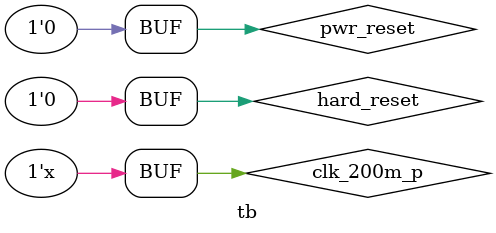
<source format=sv>
`timescale 1ns / 1ps
module tb();
    reg clk_200m_p;
    reg hard_reset;
    reg pwr_reset;
    always #1ns clk_200m_p <= ~clk_200m_p;
    initial begin
      clk_200m_p <= 1'b0;
      #100000;
    end
    initial begin
      hard_reset <= 1'b0;
      #40
      hard_reset <= 1'b1;
      #40
      hard_reset <= 1'b0;
      #100000;
    end
    initial begin
      pwr_reset <= 1'b0;
      #40
      pwr_reset <= 1'b1;
      #200ns
      pwr_reset <= 1'b0;
      #100000;
    end
MEISHAV100_TOP u_MEISHAV100_TOP(
    .PWR_RESET(pwr_reset),
    .HARD_RESET(hard_reset),
    .AUTO_SPI_SOURCE_OUT_DQ_1_I(),
    .AUTO_UART_SOURCE_OUT_RXD(), 
    .DEBUG_SYSTEMJTAG_JTAG_TCK(),
    .DEBUG_SYSTEMJTAG_JTAG_TMS(), 
    .DEBUG_SYSTEMJTAG_JTAG_TDI(),
    .AUTO_SPI_SOURCE_OUT_SCK(), 
    .AUTO_SPI_SOURCE_OUT_DQ_0_O(), 
    .AUTO_SPI_SOURCE_OUT_CS_0(), 
    .AUTO_UART_SOURCE_OUT_TXD(),
    .DEBUG_SYSTEMJTAG_JTAG_TDO(), 
  
    .DEBUG_MODE_SEL(1'b0),

    //=============================================add=============================================//
    .SPI_SDO0(),
    .SPI_SDO1(),
    .SPI_SDO2(),
    .SPI_SDO3(),
    .SPI_SDI0(),
    .SPI_SDI1(),
    .SPI_SDI2(),
    .SPI_SDI3(),
    .SPI_CS(),
    .SPI_SCLK(),
    .SPI_MASTER_CLK(),
    .SPI_MASTER_CSN(),
    .SPI_MASTER_SDO(),
    .SPI_MASTER_SDI(),
    .SYS_CLOCK_P(clk_200m_p), 
    .SYS_CLOCK_N(~clk_200m_p),
    //=============================================add===============================================//

    .DDR_IO_C2B_CLK(),   // output
    .DDR_IO_C2B_RST(),
    .DDR_IO_C2B_SEND(),
    .DDR_IO_C2B_DATA(),
    .DDR_IO_B2C_CLK(),
    .DDR_IO_B2C_RST(),
    .DDR_IO_B2C_SEND(),
    .DDR_IO_B2C_DATA()
    );
endmodule


</source>
